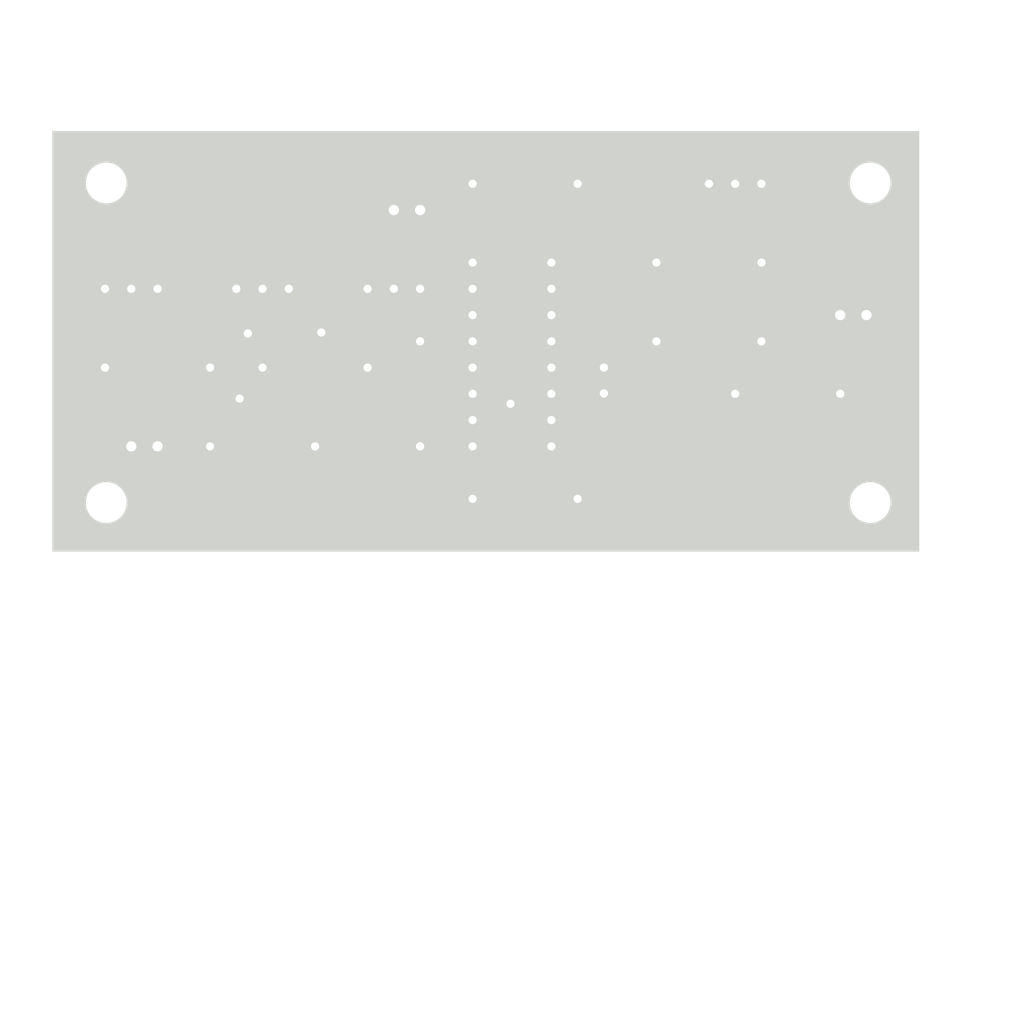
<source format=kicad_pcb>
(kicad_pcb (version 20241229) (generator "pcbnew") (generator_version "9.0")
  (layers (0 "F.Cu" signal) (2 "B.Cu" signal) (13 "F.Paste" user) (15 "B.Paste" user) (5 "F.SilkS" user "F.Silkscreen") (7 "B.SilkS" user "B.Silkscreen") (1 "F.Mask" user) (3 "B.Mask" user) (25 "Edge.Cuts" user))
  (net 0 "")
  (net 1 "Net-(IC1-X_GAIN@2)")
  (net 2 "Net-(IC1-Y_IN)")
  (net 3 "GND")
  (net 4 "Net-(IC1-OP+)")
  (net 5 "Net-(IC1-OP-)")
  (net 6 "Net-(IC1-OP_OUT)")
  (net 8 "Net-(IC1-COMP)")
  (net 9 "Net-(IC1-X_GAIN@1)")
  (net 10 "Net-(IC1-Y_GAIN@2)")
  (net 11 "Net-(IC1-MULT@2)")
  (net 12 "VEE")
  (net 13 "Net-(IC1-Y_GAIN@1)")
  (net 14 "VCC")
  (net 15 "Net-(IC1-X_IN)")
  (net 16 "Net-(IC1-MULT@1)")
  (net 17 "Net-(J2-Pin_1)")
  (net 18 "Net-(R1-Pad1)")
  (net 19 "Net-(R2-Pad1)")
  (net 20 "Net-(R3-Pad1)")
  (net 21 "Net-(R4-Pad1)")
  (footprint "Resistor_THT:R_Axial_DIN0207_L6.3mm_D2.5mm_P10.16mm_Horizontal" (layer "F.Cu") (at 157.48 99.06 180)
    (property "Reference" "R4" (at 5.08 0 0) (layer "F.SilkS"))
    (property "Value" "240k")
    (fp_line (start 9.12 0) (end 8.35 0) (stroke (width 0.12)) (layer "F.SilkS"))
    (fp_line (start 1.04 0) (end 1.81 0) (stroke (width 0.12)) (layer "F.SilkS"))
    (fp_rect (start 1.81 -1.37) (end 8.35 1.37) (stroke (width 0.12)) (fill no) (layer "F.SilkS"))
    (pad "1" thru_hole circle (at 0 0 180) (size 1.6 1.6) (drill 0.8) (layers "*.Cu" "*.Mask") (net 21 "Net-(R4-Pad1)"))
    (pad "2" thru_hole circle (at 10.16 0 180) (size 1.6 1.6) (drill 0.8) (layers "*.Cu" "*.Mask") (net 4 "Net-(IC1-OP+)"))
  )
  (footprint "Resistor_THT:R_Axial_DIN0207_L6.3mm_D2.5mm_P10.16mm_Horizontal" (layer "F.Cu") (at 104.14 109.22)
    (property "Reference" "R1" (at 5.08 0 0) (layer "F.SilkS"))
    (property "Value" "5k")
    (fp_line (start 1.04 0) (end 1.81 0) (stroke (width 0.12)) (layer "F.SilkS"))
    (fp_line (start 9.12 0) (end 8.35 0) (stroke (width 0.12)) (layer "F.SilkS"))
    (fp_rect (start 1.81 -1.37) (end 8.35 1.37) (stroke (width 0.12)) (fill no) (layer "F.SilkS"))
    (pad "1" thru_hole circle (at 0 0) (size 1.6 1.6) (drill 0.8) (layers "*.Cu" "*.Mask") (net 18 "Net-(R1-Pad1)"))
    (pad "2" thru_hole circle (at 10.16 0) (size 1.6 1.6) (drill 0.8) (layers "*.Cu" "*.Mask") (net 3 "GND"))
  )
  (footprint "Potentiometer_THT:Potentiometer_Bourns_3296W_Vertical" (layer "F.Cu") (at 124.46 93.98)
    (property "Reference" "RV2" (at -2.54 -3.66 0) (layer "F.SilkS"))
    (property "Value" "25k")
    (fp_line (start -7.415 -2.52) (end 2.335 -2.52) (stroke (width 0.12)) (layer "F.SilkS"))
    (fp_line (start -7.415 2.53) (end -7.415 -2.52) (stroke (width 0.12)) (layer "F.SilkS"))
    (fp_line (start 2.335 -2.52) (end 2.335 2.53) (stroke (width 0.12)) (layer "F.SilkS"))
    (fp_line (start 2.335 2.53) (end -7.415 2.53) (stroke (width 0.12)) (layer "F.SilkS"))
    (pad "1" thru_hole circle (at 0 0) (size 1.44 1.44) (drill 0.8) (layers "*.Cu" "*.Mask") (net 14 "VCC"))
    (pad "2" thru_hole circle (at -2.54 0) (size 1.44 1.44) (drill 0.8) (layers "*.Cu" "*.Mask") (net 19 "Net-(R2-Pad1)"))
    (pad "3" thru_hole circle (at -5.08 0) (size 1.44 1.44) (drill 0.8) (layers "*.Cu" "*.Mask") (net 12 "VEE"))
  )
  (footprint "Potentiometer_THT:Potentiometer_Bourns_3296W_Vertical" (layer "F.Cu") (at 99.06 93.98)
    (property "Reference" "RV1" (at -2.54 -3.66 0) (layer "F.SilkS"))
    (property "Value" "5k")
    (fp_line (start -7.415 -2.52) (end 2.335 -2.52) (stroke (width 0.12)) (layer "F.SilkS"))
    (fp_line (start -7.415 2.53) (end -7.415 -2.52) (stroke (width 0.12)) (layer "F.SilkS"))
    (fp_line (start 2.335 -2.52) (end 2.335 2.53) (stroke (width 0.12)) (layer "F.SilkS"))
    (fp_line (start 2.335 2.53) (end -7.415 2.53) (stroke (width 0.12)) (layer "F.SilkS"))
    (pad "1" thru_hole circle (at 0 0) (size 1.44 1.44) (drill 0.8) (layers "*.Cu" "*.Mask") (net 17 "Net-(J2-Pin_1)"))
    (pad "2" thru_hole circle (at -2.54 0) (size 1.44 1.44) (drill 0.8) (layers "*.Cu" "*.Mask") (net 2 "Net-(IC1-Y_IN)"))
    (pad "3" thru_hole circle (at -5.08 0) (size 1.44 1.44) (drill 0.8) (layers "*.Cu" "*.Mask") (net 18 "Net-(R1-Pad1)"))
  )
  (footprint "Resistor_THT:R_Axial_DIN0207_L6.3mm_D2.5mm_P10.16mm_Horizontal" (layer "F.Cu") (at 129.54 114.3)
    (property "Reference" "RX1" (at 5.08 0 0) (layer "F.SilkS"))
    (property "Value" "30k")
    (fp_line (start 1.04 0) (end 1.81 0) (stroke (width 0.12)) (layer "F.SilkS"))
    (fp_line (start 9.12 0) (end 8.35 0) (stroke (width 0.12)) (layer "F.SilkS"))
    (fp_rect (start 1.81 -1.37) (end 8.35 1.37) (stroke (width 0.12)) (fill no) (layer "F.SilkS"))
    (pad "1" thru_hole circle (at 0 0) (size 1.6 1.6) (drill 0.8) (layers "*.Cu" "*.Mask") (net 9 "Net-(IC1-X_GAIN@1)"))
    (pad "2" thru_hole circle (at 10.16 0) (size 1.6 1.6) (drill 0.8) (layers "*.Cu" "*.Mask") (net 1 "Net-(IC1-X_GAIN@2)"))
  )
  (footprint "Potentiometer_THT:Potentiometer_Bourns_3296W_Vertical" (layer "F.Cu") (at 111.76 93.98)
    (property "Reference" "RV3" (at -2.54 -3.66 0) (layer "F.SilkS"))
    (property "Value" "25k")
    (fp_line (start -7.415 -2.52) (end 2.335 -2.52) (stroke (width 0.12)) (layer "F.SilkS"))
    (fp_line (start -7.415 2.53) (end -7.415 -2.52) (stroke (width 0.12)) (layer "F.SilkS"))
    (fp_line (start 2.335 -2.52) (end 2.335 2.53) (stroke (width 0.12)) (layer "F.SilkS"))
    (fp_line (start 2.335 2.53) (end -7.415 2.53) (stroke (width 0.12)) (layer "F.SilkS"))
    (pad "1" thru_hole circle (at 0 0) (size 1.44 1.44) (drill 0.8) (layers "*.Cu" "*.Mask") (net 14 "VCC"))
    (pad "2" thru_hole circle (at -2.54 0) (size 1.44 1.44) (drill 0.8) (layers "*.Cu" "*.Mask") (net 20 "Net-(R3-Pad1)"))
    (pad "3" thru_hole circle (at -5.08 0) (size 1.44 1.44) (drill 0.8) (layers "*.Cu" "*.Mask") (net 12 "VEE"))
  )
  (footprint "Package_DIP:DIP-16_W7.62mm" (layer "F.Cu") (at 129.54 91.44)
    (property "Reference" "IC1" (at 3.805 1.66 0) (layer "F.SilkS"))
    (property "Value" "XR-2208")
    (fp_line (start 1.16 -1.33) (end 1.16 19.11) (stroke (width 0.12)) (layer "F.SilkS"))
    (fp_line (start 1.16 19.11) (end 6.46 19.11) (stroke (width 0.12)) (layer "F.SilkS"))
    (fp_line (start 2.81 -1.33) (end 1.16 -1.33) (stroke (width 0.12)) (layer "F.SilkS"))
    (fp_line (start 6.46 -1.33) (end 4.81 -1.33) (stroke (width 0.12)) (layer "F.SilkS"))
    (fp_line (start 6.46 19.11) (end 6.46 -1.33) (stroke (width 0.12)) (layer "F.SilkS"))
    (fp_arc (start 4.81 -1.33) (mid 3.81 -0.33) (end 2.81 -1.33) (stroke (width 0.12)) (layer "F.SilkS"))
    (pad "1" thru_hole roundrect (at 0 0) (size 1.6 1.6) (drill 0.8) (layers "*.Cu" "*.Mask") (roundrect_rratio 0.15625) (net 16 "Net-(IC1-MULT@1)"))
    (pad "2" thru_hole circle (at 0 2.54) (size 1.6 1.6) (drill 0.8) (layers "*.Cu" "*.Mask") (net 11 "Net-(IC1-MULT@2)"))
    (pad "3" thru_hole circle (at 0 5.08) (size 1.6 1.6) (drill 0.8) (layers "*.Cu" "*.Mask") (net 15 "Net-(IC1-X_IN)"))
    (pad "4" thru_hole circle (at 0 7.62) (size 1.6 1.6) (drill 0.8) (layers "*.Cu" "*.Mask") (net 3 "GND"))
    (pad "5" thru_hole circle (at 0 10.16) (size 1.6 1.6) (drill 0.8) (layers "*.Cu" "*.Mask") (net 2 "Net-(IC1-Y_IN)"))
    (pad "6" thru_hole circle (at 0 12.7) (size 1.6 1.6) (drill 0.8) (layers "*.Cu" "*.Mask") (net 13 "Net-(IC1-Y_GAIN@1)"))
    (pad "7" thru_hole circle (at 0 15.24) (size 1.6 1.6) (drill 0.8) (layers "*.Cu" "*.Mask") (net 10 "Net-(IC1-Y_GAIN@2)"))
    (pad "8" thru_hole circle (at 0 17.78) (size 1.6 1.6) (drill 0.8) (layers "*.Cu" "*.Mask") (net 9 "Net-(IC1-X_GAIN@1)"))
    (pad "9" thru_hole circle (at 7.62 17.78) (size 1.6 1.6) (drill 0.8) (layers "*.Cu" "*.Mask") (net 1 "Net-(IC1-X_GAIN@2)"))
    (pad "10" thru_hole circle (at 7.62 15.24) (size 1.6 1.6) (drill 0.8) (layers "*.Cu" "*.Mask") (net 12 "VEE"))
    (pad "11" thru_hole circle (at 7.62 12.7) (size 1.6 1.6) (drill 0.8) (layers "*.Cu" "*.Mask") (net 6 "Net-(IC1-OP_OUT)"))
    (pad "12" thru_hole circle (at 7.62 10.16) (size 1.6 1.6) (drill 0.8) (layers "*.Cu" "*.Mask") (net 8 "Net-(IC1-COMP)"))
    (pad "13" thru_hole circle (at 7.62 7.62) (size 1.6 1.6) (drill 0.8) (layers "*.Cu" "*.Mask") (net 4 "Net-(IC1-OP+)"))
    (pad "14" thru_hole circle (at 7.62 5.08) (size 1.6 1.6) (drill 0.8) (layers "*.Cu" "*.Mask") (net 5 "Net-(IC1-OP-)"))
    (pad "15" thru_hole circle (at 7.62 2.54) (size 1.6 1.6) (drill 0.8) (layers "*.Cu" "*.Mask"))
    (pad "16" thru_hole circle (at 7.62 0) (size 1.6 1.6) (drill 0.8) (layers "*.Cu" "*.Mask") (net 14 "VCC"))
  )
  (footprint "Resistor_THT:R_Axial_DIN0207_L6.3mm_D2.5mm_P10.16mm_Horizontal" (layer "F.Cu") (at 124.46 109.22 90)
    (property "Reference" "RY1" (at 5.08 0 90) (layer "F.SilkS"))
    (property "Value" "62k")
    (fp_line (start 9.12 0) (end 8.35 0) (stroke (width 0.12)) (layer "F.SilkS"))
    (fp_line (start 1.04 0) (end 1.81 0) (stroke (width 0.12)) (layer "F.SilkS"))
    (fp_rect (start 1.81 -1.37) (end 8.35 1.37) (stroke (width 0.12)) (fill no) (layer "F.SilkS"))
    (pad "1" thru_hole circle (at 0 0 90) (size 1.6 1.6) (drill 0.8) (layers "*.Cu" "*.Mask") (net 10 "Net-(IC1-Y_GAIN@2)"))
    (pad "2" thru_hole circle (at 10.16 0 90) (size 1.6 1.6) (drill 0.8) (layers "*.Cu" "*.Mask") (net 13 "Net-(IC1-Y_GAIN@1)"))
  )
  (footprint "Resistor_THT:R_Axial_DIN0207_L6.3mm_D2.5mm_P10.16mm_Horizontal" (layer "F.Cu") (at 147.32 91.44)
    (property "Reference" "Ri1" (at 5.08 0 0) (layer "F.SilkS"))
    (property "Value" "24k")
    (fp_line (start 1.04 0) (end 1.81 0) (stroke (width 0.12)) (layer "F.SilkS"))
    (fp_line (start 9.12 0) (end 8.35 0) (stroke (width 0.12)) (layer "F.SilkS"))
    (fp_rect (start 1.81 -1.37) (end 8.35 1.37) (stroke (width 0.12)) (fill no) (layer "F.SilkS"))
    (pad "1" thru_hole circle (at 0 0) (size 1.6 1.6) (drill 0.8) (layers "*.Cu" "*.Mask") (net 16 "Net-(IC1-MULT@1)"))
    (pad "2" thru_hole circle (at 10.16 0) (size 1.6 1.6) (drill 0.8) (layers "*.Cu" "*.Mask") (net 5 "Net-(IC1-OP-)"))
  )
  (footprint "Resistor_THT:R_Axial_DIN0207_L6.3mm_D2.5mm_P10.16mm_Horizontal" (layer "F.Cu") (at 109.22 101.6)
    (property "Reference" "R2" (at 5.08 0 0) (layer "F.SilkS"))
    (property "Value" "100k")
    (fp_line (start 1.04 0) (end 1.81 0) (stroke (width 0.12)) (layer "F.SilkS"))
    (fp_line (start 9.12 0) (end 8.35 0) (stroke (width 0.12)) (layer "F.SilkS"))
    (fp_rect (start 1.81 -1.37) (end 8.35 1.37) (stroke (width 0.12)) (fill no) (layer "F.SilkS"))
    (pad "1" thru_hole circle (at 0 0) (size 1.6 1.6) (drill 0.8) (layers "*.Cu" "*.Mask") (net 19 "Net-(R2-Pad1)"))
    (pad "2" thru_hole circle (at 10.16 0) (size 1.6 1.6) (drill 0.8) (layers "*.Cu" "*.Mask") (net 10 "Net-(IC1-Y_GAIN@2)"))
  )
  (footprint "Connector_PinHeader_2.54mm:PinHeader_2x01_P2.54mm_Vertical" (layer "F.Cu") (at 96.52 109.22)
    (property "Reference" "J2" (at 2.54 -2.54 0) (layer "F.SilkS"))
    (property "Value" "V_y")
    (fp_line (start -1.38 -1.38) (end 0 -1.38) (stroke (width 0.12)) (layer "F.SilkS"))
    (fp_line (start -1.38 0) (end -1.38 -1.38) (stroke (width 0.12)) (layer "F.SilkS"))
    (fp_line (start -1.38 1.27) (end -1.38 1.38) (stroke (width 0.12)) (layer "F.SilkS"))
    (fp_line (start -1.38 1.27) (end 1.27 1.27) (stroke (width 0.12)) (layer "F.SilkS"))
    (fp_line (start -1.38 1.38) (end 3.92 1.38) (stroke (width 0.12)) (layer "F.SilkS"))
    (fp_line (start 1.27 -1.38) (end 3.92 -1.38) (stroke (width 0.12)) (layer "F.SilkS"))
    (fp_line (start 1.27 1.27) (end 1.27 -1.38) (stroke (width 0.12)) (layer "F.SilkS"))
    (fp_line (start 3.92 -1.38) (end 3.92 1.38) (stroke (width 0.12)) (layer "F.SilkS"))
    (pad "1" thru_hole rect (at 0 0) (size 1.7 1.7) (drill 1) (layers "*.Cu" "*.Mask") (net 17 "Net-(J2-Pin_1)"))
    (pad "2" thru_hole circle (at 2.54 0) (size 1.7 1.7) (drill 1) (layers "*.Cu" "*.Mask") (net 17 "Net-(J2-Pin_1)"))
  )
  (footprint "Resistor_THT:R_Axial_DIN0207_L6.3mm_D2.5mm_P10.16mm_Horizontal" (layer "F.Cu") (at 129.54 83.82)
    (property "Reference" "R5" (at 5.08 0 0) (layer "F.SilkS"))
    (property "Value" "24k")
    (fp_line (start 1.04 0) (end 1.81 0) (stroke (width 0.12)) (layer "F.SilkS"))
    (fp_line (start 9.12 0) (end 8.35 0) (stroke (width 0.12)) (layer "F.SilkS"))
    (fp_rect (start 1.81 -1.37) (end 8.35 1.37) (stroke (width 0.12)) (fill no) (layer "F.SilkS"))
    (pad "1" thru_hole circle (at 0 0) (size 1.6 1.6) (drill 0.8) (layers "*.Cu" "*.Mask") (net 11 "Net-(IC1-MULT@2)"))
    (pad "2" thru_hole circle (at 10.16 0) (size 1.6 1.6) (drill 0.8) (layers "*.Cu" "*.Mask") (net 4 "Net-(IC1-OP+)"))
  )
  (footprint "Connector_PinHeader_2.54mm:PinHeader_2x01_P2.54mm_Vertical" (layer "F.Cu") (at 121.92 86.36)
    (property "Reference" "J1" (at 1.27 -2.38 0) (layer "F.SilkS"))
    (property "Value" "V_x")
    (fp_line (start -1.38 -1.38) (end 0 -1.38) (stroke (width 0.12)) (layer "F.SilkS"))
    (fp_line (start -1.38 0) (end -1.38 -1.38) (stroke (width 0.12)) (layer "F.SilkS"))
    (fp_line (start -1.38 1.27) (end -1.38 1.38) (stroke (width 0.12)) (layer "F.SilkS"))
    (fp_line (start -1.38 1.27) (end 1.27 1.27) (stroke (width 0.12)) (layer "F.SilkS"))
    (fp_line (start -1.38 1.38) (end 3.92 1.38) (stroke (width 0.12)) (layer "F.SilkS"))
    (fp_line (start 1.27 -1.38) (end 3.92 -1.38) (stroke (width 0.12)) (layer "F.SilkS"))
    (fp_line (start 1.27 1.27) (end 1.27 -1.38) (stroke (width 0.12)) (layer "F.SilkS"))
    (fp_line (start 3.92 -1.38) (end 3.92 1.38) (stroke (width 0.12)) (layer "F.SilkS"))
    (pad "1" thru_hole rect (at 0 0) (size 1.7 1.7) (drill 1) (layers "*.Cu" "*.Mask") (net 15 "Net-(IC1-X_IN)"))
    (pad "2" thru_hole circle (at 2.54 0) (size 1.7 1.7) (drill 1) (layers "*.Cu" "*.Mask") (net 15 "Net-(IC1-X_IN)"))
  )
  (footprint "Connector_PinHeader_2.54mm:PinHeader_2x01_P2.54mm_Vertical" (layer "F.Cu") (at 165.1 96.52)
    (property "Reference" "J3" (at 1.27 -2.38 0) (layer "F.SilkS"))
    (property "Value" "V_z")
    (fp_line (start -1.38 -1.38) (end 0 -1.38) (stroke (width 0.12)) (layer "F.SilkS"))
    (fp_line (start -1.38 0) (end -1.38 -1.38) (stroke (width 0.12)) (layer "F.SilkS"))
    (fp_line (start -1.38 1.27) (end -1.38 1.38) (stroke (width 0.12)) (layer "F.SilkS"))
    (fp_line (start -1.38 1.27) (end 1.27 1.27) (stroke (width 0.12)) (layer "F.SilkS"))
    (fp_line (start -1.38 1.38) (end 3.92 1.38) (stroke (width 0.12)) (layer "F.SilkS"))
    (fp_line (start 1.27 -1.38) (end 3.92 -1.38) (stroke (width 0.12)) (layer "F.SilkS"))
    (fp_line (start 1.27 1.27) (end 1.27 -1.38) (stroke (width 0.12)) (layer "F.SilkS"))
    (fp_line (start 3.92 -1.38) (end 3.92 1.38) (stroke (width 0.12)) (layer "F.SilkS"))
    (pad "1" thru_hole rect (at 0 0) (size 1.7 1.7) (drill 1) (layers "*.Cu" "*.Mask") (net 5 "Net-(IC1-OP-)"))
    (pad "2" thru_hole circle (at 2.54 0) (size 1.7 1.7) (drill 1) (layers "*.Cu" "*.Mask") (net 5 "Net-(IC1-OP-)"))
  )
  (footprint "Resistor_THT:R_Axial_DIN0207_L6.3mm_D2.5mm_P10.16mm_Horizontal" (layer "F.Cu") (at 154.94 104.14)
    (property "Reference" "Rf1" (at 5.08 0 0) (layer "F.SilkS"))
    (property "Value" "300k")
    (fp_line (start 1.04 0) (end 1.81 0) (stroke (width 0.12)) (layer "F.SilkS"))
    (fp_line (start 9.12 0) (end 8.35 0) (stroke (width 0.12)) (layer "F.SilkS"))
    (fp_rect (start 1.81 -1.37) (end 8.35 1.37) (stroke (width 0.12)) (fill no) (layer "F.SilkS"))
    (pad "1" thru_hole circle (at 0 0) (size 1.6 1.6) (drill 0.8) (layers "*.Cu" "*.Mask") (net 6 "Net-(IC1-OP_OUT)"))
    (pad "2" thru_hole circle (at 10.16 0) (size 1.6 1.6) (drill 0.8) (layers "*.Cu" "*.Mask") (net 5 "Net-(IC1-OP-)"))
  )
  (footprint "Capacitor_THT:C_Disc_D3.0mm_W1.6mm_P2.50mm" (layer "F.Cu") (at 142.24 101.6 -90)
    (property "Reference" "C1" (at 1.25 -2.05 90) (layer "F.SilkS"))
    (property "Value" "20p")
    (fp_line (start 2.015 0.92) (end 0.485 0.92) (stroke (width 0.12)) (layer "F.SilkS"))
    (fp_line (start 0.485 -0.92) (end 2.015 -0.92) (stroke (width 0.12)) (layer "F.SilkS"))
    (pad "1" thru_hole circle (at 0 0 270) (size 1.6 1.6) (drill 0.8) (layers "*.Cu" "*.Mask") (net 8 "Net-(IC1-COMP)"))
    (pad "2" thru_hole circle (at 2.5 0 270) (size 1.6 1.6) (drill 0.8) (layers "*.Cu" "*.Mask") (net 6 "Net-(IC1-OP_OUT)"))
  )
  (footprint "Resistor_THT:R_Axial_DIN0207_L6.3mm_D2.5mm_P10.16mm_Horizontal" (layer "F.Cu") (at 104.14 101.6 180)
    (property "Reference" "R3" (at 5.08 0 0) (layer "F.SilkS"))
    (property "Value" "100k")
    (fp_line (start 9.12 0) (end 8.35 0) (stroke (width 0.12)) (layer "F.SilkS"))
    (fp_line (start 1.04 0) (end 1.81 0) (stroke (width 0.12)) (layer "F.SilkS"))
    (fp_rect (start 1.81 -1.37) (end 8.35 1.37) (stroke (width 0.12)) (fill no) (layer "F.SilkS"))
    (pad "1" thru_hole circle (at 0 0 180) (size 1.6 1.6) (drill 0.8) (layers "*.Cu" "*.Mask") (net 20 "Net-(R3-Pad1)"))
    (pad "2" thru_hole circle (at 10.16 0 180) (size 1.6 1.6) (drill 0.8) (layers "*.Cu" "*.Mask") (net 9 "Net-(IC1-X_GAIN@1)"))
  )
  (footprint "Potentiometer_THT:Potentiometer_Bourns_3296W_Vertical" (layer "F.Cu") (at 152.4 83.82 180)
    (property "Reference" "RV4" (at -2.54 -3.66 0) (layer "F.SilkS"))
    (property "Value" "100k")
    (fp_line (start 2.335 2.53) (end -7.415 2.53) (stroke (width 0.12)) (layer "F.SilkS"))
    (fp_line (start 2.335 -2.52) (end 2.335 2.53) (stroke (width 0.12)) (layer "F.SilkS"))
    (fp_line (start -7.415 2.53) (end -7.415 -2.52) (stroke (width 0.12)) (layer "F.SilkS"))
    (fp_line (start -7.415 -2.52) (end 2.335 -2.52) (stroke (width 0.12)) (layer "F.SilkS"))
    (pad "1" thru_hole circle (at 0 0 180) (size 1.44 1.44) (drill 0.8) (layers "*.Cu" "*.Mask") (net 3 "GND"))
    (pad "2" thru_hole circle (at -2.54 0 180) (size 1.44 1.44) (drill 0.8) (layers "*.Cu" "*.Mask") (net 3 "GND"))
    (pad "3" thru_hole circle (at -5.08 0 180) (size 1.44 1.44) (drill 0.8) (layers "*.Cu" "*.Mask") (net 21 "Net-(R4-Pad1)"))
  )
  (gr_circle (center 94.1 83.74) (end 96.1 83.74) (stroke (width 0.05)) (fill no) (layer "Edge.Cuts"))
  (gr_circle (center 168 83.74) (end 170 83.74) (stroke (width 0.05)) (fill no) (layer "Edge.Cuts"))
  (gr_rect (start 88.9 78.74) (end 172.72 119.38) (stroke (width 0.05)) (fill no) (layer "Edge.Cuts"))
  (gr_circle (center 168 114.66) (end 170 114.66) (stroke (width 0.05)) (fill no) (layer "Edge.Cuts"))
  (gr_circle (center 94.1 114.66) (end 96.1 114.66) (stroke (width 0.05)) (fill no) (layer "Edge.Cuts"))
  (gr_text "Vx" (at 123.19 88.9 0) (layer "F.SilkS") (effects (font (size 1 1))))
  (gr_text "Vz" (at 167.64 99.06 0) (layer "F.SilkS") (effects (font (size 1 1))))
  (gr_text "Vy" (at 97.79 111.76 0) (layer "F.SilkS") (effects (font (size 1 1))))
  (gr_text "JLCJLCJLCJLC" (at 133.345 102.5 90) (layer "F.SilkS") (effects (font (size 1 1))))
  (segment (start 137.16 109.22) (end 137.16 111.76) (width 0.8) (layer "B.Cu") (net 1))
  (segment (start 137.16 111.76) (end 139.7 114.3) (width 0.8) (layer "B.Cu") (net 1))
  (segment (start 129.54 101.6) (end 125.399 97.459) (width 0.8) (layer "B.Cu") (net 2))
  (segment (start 114.39747 103.201) (end 108.401 103.201) (width 0.8) (layer "B.Cu") (net 2))
  (segment (start 100.701 95.501) (end 98.041 95.501) (width 0.8) (layer "B.Cu") (net 2))
  (segment (start 125.399 97.459) (end 120.13947 97.459) (width 0.8) (layer "B.Cu") (net 2))
  (segment (start 108.401 103.201) (end 100.701 95.501) (width 0.8) (layer "B.Cu") (net 2))
  (segment (start 98.041 95.501) (end 96.52 93.98) (width 0.8) (layer "B.Cu") (net 2))
  (segment (start 120.13947 97.459) (end 114.39747 103.201) (width 0.8) (layer "B.Cu") (net 2))
  (segment (start 139.7 83.82) (end 135.559 87.961) (width 0.8) (layer "B.Cu") (net 4))
  (segment (start 135.559 87.961) (end 135.559 97.459) (width 0.8) (layer "B.Cu") (net 4))
  (segment (start 147.32 99.06) (end 137.16 99.06) (width 0.8) (layer "B.Cu") (net 4))
  (segment (start 135.559 97.459) (end 137.16 99.06) (width 0.8) (layer "B.Cu") (net 4))
  (segment (start 152.4 96.52) (end 157.48 91.44) (width 0.8) (layer "B.Cu") (net 5))
  (segment (start 157.48 91.44) (end 160.02 91.44) (width 0.8) (layer "B.Cu") (net 5))
  (segment (start 137.16 96.52) (end 152.4 96.52) (width 0.8) (layer "B.Cu") (net 5))
  (segment (start 165.1 96.52) (end 167.64 96.52) (width 0.8) (layer "B.Cu") (net 5))
  (segment (start 160.02 91.44) (end 165.1 96.52) (width 0.8) (layer "B.Cu") (net 5))
  (segment (start 165.1 96.52) (end 165.1 104.14) (width 0.8) (layer "B.Cu") (net 5))
  (segment (start 137.2 104.1) (end 137.16 104.14) (width 0.8) (layer "B.Cu") (net 6))
  (segment (start 154.94 104.14) (end 142.28 104.14) (width 0.8) (layer "B.Cu") (net 6))
  (segment (start 142.24 104.1) (end 137.2 104.1) (width 0.8) (layer "B.Cu") (net 6))
  (segment (start 142.28 104.14) (end 142.24 104.1) (width 0.8) (layer "B.Cu") (net 6))
  (segment (start 142.24 101.6) (end 137.16 101.6) (width 0.8) (layer "B.Cu") (net 8))
  (segment (start 129.54 114.3) (end 129.54 109.22) (width 0.8) (layer "B.Cu") (net 9))
  (segment (start 106.68 114.3) (end 129.54 114.3) (width 0.8) (layer "B.Cu") (net 9))
  (segment (start 93.98 101.6) (end 106.68 114.3) (width 0.8) (layer "B.Cu") (net 9))
  (segment (start 124.46 109.22) (end 127 109.22) (width 0.8) (layer "B.Cu") (net 10))
  (segment (start 119.38 103.98) (end 119.38 101.6) (width 0.8) (layer "B.Cu") (net 10))
  (segment (start 127 109.22) (end 129.54 106.68) (width 0.8) (layer "B.Cu") (net 10))
  (segment (start 124.46 109.22) (end 124.46 109.06) (width 0.8) (layer "B.Cu") (net 10))
  (segment (start 124.46 109.06) (end 119.38 103.98) (width 0.8) (layer "B.Cu") (net 10))
  (segment (start 131.141 93.51037) (end 130.67137 93.98) (width 0.8) (layer "B.Cu") (net 11))
  (segment (start 129.54 83.82) (end 131.141 85.421) (width 0.8) (layer "B.Cu") (net 11))
  (segment (start 131.141 85.421) (end 131.141 93.51037) (width 0.8) (layer "B.Cu") (net 11))
  (segment (start 130.67137 93.98) (end 129.54 93.98) (width 0.8) (layer "B.Cu") (net 11))
  (segment (start 130.203156 110.821) (end 128.876844 110.821) (width 0.8) (layer "F.Cu") (net 12))
  (segment (start 121.256844 100.756844) (end 118.7 98.2) (width 0.8) (layer "F.Cu") (net 12))
  (segment (start 133.2 104.9) (end 133.2 105.1) (width 0.8) (layer "F.Cu") (net 12))
  (segment (start 133.2 105.1) (end 133.2 107.824156) (width 0.8) (layer "F.Cu") (net 12))
  (segment (start 118.7 98.2) (end 114.9 98.2) (width 0.8) (layer "F.Cu") (net 12))
  (segment (start 133.2 107.824156) (end 130.203156 110.821) (width 0.8) (layer "F.Cu") (net 12))
  (segment (start 121.256844 103.201) (end 121.256844 100.756844) (width 0.8) (layer "F.Cu") (net 12))
  (segment (start 128.876844 110.821) (end 121.256844 103.201) (width 0.8) (layer "F.Cu") (net 12))
  (via (at 114.9 98.2) (size 0.9) (drill 0.8) (layers "F.Cu" "B.Cu") (net 12))
  (via (at 133.2 105.1) (size 0.9) (drill 0.8) (layers "F.Cu" "B.Cu") (net 12))
  (segment (start 137.16 106.68) (end 134.98 106.68) (width 0.8) (layer "B.Cu") (net 12))
  (segment (start 115.16 98.2) (end 119.38 93.98) (width 0.8) (layer "B.Cu") (net 12))
  (segment (start 114.9 98.2) (end 115.16 98.2) (width 0.8) (layer "B.Cu") (net 12))
  (segment (start 106.68 93.98) (end 108.201 92.459) (width 0.8) (layer "B.Cu") (net 12))
  (segment (start 134.98 106.68) (end 133.2 104.9) (width 0.8) (layer "B.Cu") (net 12))
  (segment (start 117.859 92.459) (end 119.38 93.98) (width 0.8) (layer "B.Cu") (net 12))
  (segment (start 108.201 92.459) (end 117.859 92.459) (width 0.8) (layer "B.Cu") (net 12))
  (segment (start 129.54 104.14) (end 124.46 99.06) (width 0.8) (layer "B.Cu") (net 13))
  (segment (start 124.46 86.36) (end 124.46 91.44) (width 0.8) (layer "B.Cu") (net 15))
  (segment (start 121.92 86.36) (end 124.46 86.36) (width 0.8) (layer "B.Cu") (net 15))
  (segment (start 124.46 91.44) (end 129.54 96.52) (width 0.8) (layer "B.Cu") (net 15))
  (segment (start 147.32 91.44) (end 147.32 89.175844) (width 0.8) (layer "B.Cu") (net 16))
  (segment (start 139.944156 81.8) (end 126.7 81.8) (width 0.8) (layer "B.Cu") (net 16))
  (segment (start 126.7 88.6) (end 129.54 91.44) (width 0.8) (layer "B.Cu") (net 16))
  (segment (start 147.32 89.175844) (end 139.944156 81.8) (width 0.8) (layer "B.Cu") (net 16))
  (segment (start 126.7 81.8) (end 126.7 88.6) (width 0.8) (layer "B.Cu") (net 16))
  (segment (start 96.52 109.22) (end 99.06 109.22) (width 0.8) (layer "B.Cu") (net 17))
  (segment (start 93.98 93.98) (end 93.98 99.06) (width 0.8) (layer "B.Cu") (net 18))
  (segment (start 93.98 99.06) (end 104.14 109.22) (width 0.8) (layer "B.Cu") (net 18))
  (segment (start 114.3 101.6) (end 121.92 93.98) (width 0.8) (layer "B.Cu") (net 19))
  (segment (start 109.22 101.6) (end 114.3 101.6) (width 0.8) (layer "B.Cu") (net 19))
  (segment (start 107 99.1) (end 107 104.6) (width 0.8) (layer "F.Cu") (net 20))
  (segment (start 107.8 98.3) (end 107 99.1) (width 0.8) (layer "F.Cu") (net 20))
  (via (at 107.8 98.3) (size 0.9) (drill 0.8) (layers "F.Cu" "B.Cu") (net 20))
  (via (at 107 104.6) (size 0.9) (drill 0.8) (layers "F.Cu" "B.Cu") (net 20))
  (segment (start 109.22 96.88) (end 107.8 98.3) (width 0.8) (layer "B.Cu") (net 20))
  (segment (start 107 104.46) (end 104.14 101.6) (width 0.8) (layer "B.Cu") (net 20))
  (segment (start 109.22 93.98) (end 109.22 96.88) (width 0.8) (layer "B.Cu") (net 20))
  (segment (start 107 104.6) (end 107 104.46) (width 0.8) (layer "B.Cu") (net 20))
  (segment (start 160.3 107) (end 160.3 101.88) (width 0.8) (layer "B.Cu") (net 21))
  (segment (start 161.72 83.82) (end 171 93.1) (width 0.8) (layer "B.Cu") (net 21))
  (segment (start 166.7 109.1) (end 162.4 109.1) (width 0.8) (layer "B.Cu") (net 21))
  (segment (start 162.4 109.1) (end 160.3 107) (width 0.8) (layer "B.Cu") (net 21))
  (segment (start 171 104.8) (end 166.7 109.1) (width 0.8) (layer "B.Cu") (net 21))
  (segment (start 157.48 83.82) (end 161.72 83.82) (width 0.8) (layer "B.Cu") (net 21))
  (segment (start 171 93.1) (end 171 104.8) (width 0.8) (layer "B.Cu") (net 21))
  (segment (start 160.3 101.88) (end 157.48 99.06) (width 0.8) (layer "B.Cu") (net 21))
  (zone (net 14) (net_name "VCC") (layer "F.Cu") (priority 1) (connect_pads (clearance 0.5)) (min_thickness 0.25) (fill yes (thermal_gap 0.5) (thermal_bridge_width 0.5))
    (polygon (pts (xy 83.82 66.04) (xy 83.82 165.1) (xy 182.88 165.1) (xy 182.88 66.04)))
  )
  (zone (net 3) (net_name "GND") (layer "B.Cu") (connect_pads (clearance 0.5)) (min_thickness 0.25) (fill yes (thermal_gap 0.5) (thermal_bridge_width 0.5))
    (polygon (pts (xy 83.82 66.04) (xy 83.82 165.1) (xy 182.88 165.1) (xy 182.88 66.04)))
  )
  (zone (net 0) (net_name "") (layer "Edge.Cuts") (connect_pads (clearance 0.5)) (min_thickness 0.25) (fill yes (thermal_gap 0.5) (thermal_bridge_width 0.5))
    (polygon (pts (xy 83.82 66.04) (xy 83.82 165.1) (xy 182.88 165.1) (xy 182.88 66.04)))
  )
)
</source>
